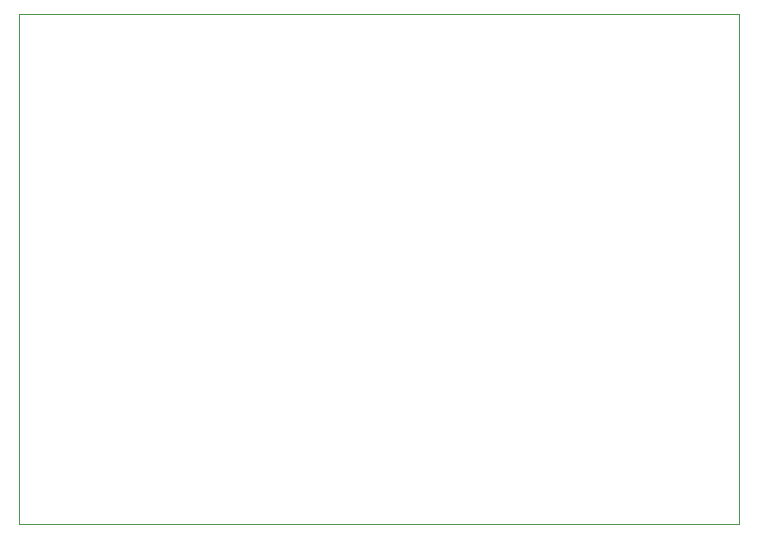
<source format=gbr>
%TF.GenerationSoftware,KiCad,Pcbnew,(7.0.0-rc1-156-g4c5a344629-dirty)*%
%TF.CreationDate,2023-03-04T11:45:47-08:00*%
%TF.ProjectId,powerpic-devboard,706f7765-7270-4696-932d-646576626f61,2.0*%
%TF.SameCoordinates,Original*%
%TF.FileFunction,Profile,NP*%
%FSLAX46Y46*%
G04 Gerber Fmt 4.6, Leading zero omitted, Abs format (unit mm)*
G04 Created by KiCad (PCBNEW (7.0.0-rc1-156-g4c5a344629-dirty)) date 2023-03-04 11:45:47*
%MOMM*%
%LPD*%
G01*
G04 APERTURE LIST*
%TA.AperFunction,Profile*%
%ADD10C,0.100000*%
%TD*%
G04 APERTURE END LIST*
D10*
X57880000Y-77230000D02*
X118840000Y-77230000D01*
X118840000Y-77230000D02*
X118840000Y-120410000D01*
X118840000Y-120410000D02*
X57880000Y-120410000D01*
X57880000Y-120410000D02*
X57880000Y-77230000D01*
M02*

</source>
